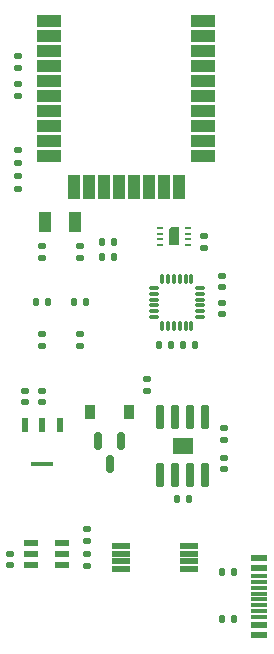
<source format=gtp>
G04 #@! TF.GenerationSoftware,KiCad,Pcbnew,(6.0.0-0)*
G04 #@! TF.CreationDate,2022-01-04T22:04:23+01:00*
G04 #@! TF.ProjectId,floaty,666c6f61-7479-42e6-9b69-6361645f7063,0.0.1a*
G04 #@! TF.SameCoordinates,Original*
G04 #@! TF.FileFunction,Paste,Top*
G04 #@! TF.FilePolarity,Positive*
%FSLAX46Y46*%
G04 Gerber Fmt 4.6, Leading zero omitted, Abs format (unit mm)*
G04 Created by KiCad (PCBNEW (6.0.0-0)) date 2022-01-04 22:04:23*
%MOMM*%
%LPD*%
G01*
G04 APERTURE LIST*
G04 Aperture macros list*
%AMRoundRect*
0 Rectangle with rounded corners*
0 $1 Rounding radius*
0 $2 $3 $4 $5 $6 $7 $8 $9 X,Y pos of 4 corners*
0 Add a 4 corners polygon primitive as box body*
4,1,4,$2,$3,$4,$5,$6,$7,$8,$9,$2,$3,0*
0 Add four circle primitives for the rounded corners*
1,1,$1+$1,$2,$3*
1,1,$1+$1,$4,$5*
1,1,$1+$1,$6,$7*
1,1,$1+$1,$8,$9*
0 Add four rect primitives between the rounded corners*
20,1,$1+$1,$2,$3,$4,$5,0*
20,1,$1+$1,$4,$5,$6,$7,0*
20,1,$1+$1,$6,$7,$8,$9,0*
20,1,$1+$1,$8,$9,$2,$3,0*%
%AMFreePoly0*
4,1,6,0.450000,-0.800000,-0.450000,-0.800000,-0.450000,0.530000,-0.180000,0.800000,0.450000,0.800000,0.450000,-0.800000,0.450000,-0.800000,$1*%
G04 Aperture macros list end*
%ADD10C,0.010000*%
%ADD11R,1.000000X1.800000*%
%ADD12RoundRect,0.042000X0.258000X-0.943000X0.258000X0.943000X-0.258000X0.943000X-0.258000X-0.943000X0*%
%ADD13RoundRect,0.020000X-0.760000X-0.180000X0.760000X-0.180000X0.760000X0.180000X-0.760000X0.180000X0*%
%ADD14R,1.450000X0.600000*%
%ADD15R,1.450000X0.300000*%
%ADD16R,1.200000X0.550000*%
%ADD17R,0.914400X1.219200*%
%ADD18RoundRect,0.140000X0.140000X0.170000X-0.140000X0.170000X-0.140000X-0.170000X0.140000X-0.170000X0*%
%ADD19RoundRect,0.140000X0.170000X-0.140000X0.170000X0.140000X-0.170000X0.140000X-0.170000X-0.140000X0*%
%ADD20RoundRect,0.147500X-0.172500X0.147500X-0.172500X-0.147500X0.172500X-0.147500X0.172500X0.147500X0*%
%ADD21RoundRect,0.135000X0.185000X-0.135000X0.185000X0.135000X-0.185000X0.135000X-0.185000X-0.135000X0*%
%ADD22RoundRect,0.135000X-0.185000X0.135000X-0.185000X-0.135000X0.185000X-0.135000X0.185000X0.135000X0*%
%ADD23RoundRect,0.140000X-0.170000X0.140000X-0.170000X-0.140000X0.170000X-0.140000X0.170000X0.140000X0*%
%ADD24RoundRect,0.150000X-0.150000X0.587500X-0.150000X-0.587500X0.150000X-0.587500X0.150000X0.587500X0*%
%ADD25R,0.558800X1.193800*%
%ADD26R,1.828800X0.457200*%
%ADD27RoundRect,0.140000X-0.140000X-0.170000X0.140000X-0.170000X0.140000X0.170000X-0.140000X0.170000X0*%
%ADD28R,2.000000X1.000000*%
%ADD29R,1.000000X2.000000*%
%ADD30RoundRect,0.135000X0.135000X0.185000X-0.135000X0.185000X-0.135000X-0.185000X0.135000X-0.185000X0*%
%ADD31RoundRect,0.135000X-0.135000X-0.185000X0.135000X-0.185000X0.135000X0.185000X-0.135000X0.185000X0*%
%ADD32RoundRect,0.075000X-0.350000X-0.075000X0.350000X-0.075000X0.350000X0.075000X-0.350000X0.075000X0*%
%ADD33RoundRect,0.075000X0.075000X-0.350000X0.075000X0.350000X-0.075000X0.350000X-0.075000X-0.350000X0*%
%ADD34RoundRect,0.147500X0.172500X-0.147500X0.172500X0.147500X-0.172500X0.147500X-0.172500X-0.147500X0*%
%ADD35R,0.550000X0.250000*%
%ADD36FreePoly0,0.000000*%
G04 APERTURE END LIST*
D10*
X112680000Y-99145000D02*
X112680000Y-97855000D01*
X112680000Y-97855000D02*
X114320000Y-97855000D01*
X114320000Y-97855000D02*
X114320000Y-99145000D01*
X114320000Y-99145000D02*
X112680000Y-99145000D01*
G36*
X114320000Y-99145000D02*
G01*
X112680000Y-99145000D01*
X112680000Y-97855000D01*
X114320000Y-97855000D01*
X114320000Y-99145000D01*
G37*
X114320000Y-99145000D02*
X112680000Y-99145000D01*
X112680000Y-97855000D01*
X114320000Y-97855000D01*
X114320000Y-99145000D01*
D11*
X104374000Y-79560000D03*
X101874000Y-79560000D03*
D12*
X111595000Y-100975000D03*
X112865000Y-100975000D03*
X114135000Y-100975000D03*
X115405000Y-100975000D03*
X115405000Y-96025000D03*
X114135000Y-96025000D03*
X112865000Y-96025000D03*
X111595000Y-96025000D03*
D13*
X108245000Y-106975000D03*
X108245000Y-107625000D03*
X108245000Y-108275000D03*
X108245000Y-108925000D03*
X114005000Y-108925000D03*
X114005000Y-108275000D03*
X114005000Y-107625000D03*
X114005000Y-106975000D03*
D14*
X119957500Y-114502000D03*
X119957500Y-113702000D03*
D15*
X119957500Y-112502000D03*
X119957500Y-111502000D03*
X119957500Y-111002000D03*
X119957500Y-110002000D03*
D14*
X119957500Y-108002000D03*
X119957500Y-108802000D03*
D15*
X119957500Y-109502000D03*
X119957500Y-110502000D03*
X119957500Y-112002000D03*
X119957500Y-113002000D03*
D16*
X103300103Y-108614511D03*
X103300103Y-107664511D03*
X103300103Y-106714511D03*
X100700103Y-106714511D03*
X100700103Y-107664511D03*
X100700103Y-108614511D03*
D17*
X108953300Y-95622500D03*
X105676700Y-95622500D03*
D18*
X112480000Y-90000000D03*
X111520000Y-90000000D03*
D19*
X104775000Y-82580000D03*
X104775000Y-81620000D03*
D20*
X104775000Y-90020000D03*
X104775000Y-89050000D03*
D21*
X110490000Y-92835000D03*
X110490000Y-93855000D03*
D22*
X105410000Y-106555000D03*
X105410000Y-105535000D03*
D23*
X101630000Y-93837500D03*
X101630000Y-94797500D03*
D24*
X108265000Y-98122500D03*
X106365000Y-98122500D03*
X107315000Y-99997500D03*
D21*
X99568000Y-74510000D03*
X99568000Y-73490000D03*
D20*
X101600000Y-90020000D03*
X101600000Y-89050000D03*
D19*
X98900103Y-108624511D03*
X98900103Y-107664511D03*
D25*
X100131400Y-96700600D03*
X101630000Y-96700600D03*
D26*
X101630000Y-100040700D03*
D25*
X103128600Y-96700600D03*
D27*
X113552000Y-90000000D03*
X114512000Y-90000000D03*
D28*
X115212000Y-62534000D03*
X115212000Y-63804000D03*
X115212000Y-65074000D03*
X115212000Y-66344000D03*
X115212000Y-67614000D03*
X115212000Y-68884000D03*
X115212000Y-70154000D03*
X115212000Y-71424000D03*
X115212000Y-72694000D03*
X115212000Y-73964000D03*
D29*
X113162000Y-76564000D03*
X111892000Y-76564000D03*
X110622000Y-76564000D03*
X109352000Y-76564000D03*
X108082000Y-76564000D03*
X106812000Y-76564000D03*
X105542000Y-76564000D03*
X104272000Y-76564000D03*
D28*
X102212000Y-73964000D03*
X102212000Y-72694000D03*
X102212000Y-71424000D03*
X102212000Y-70154000D03*
X102212000Y-68884000D03*
X102212000Y-67614000D03*
X102212000Y-66344000D03*
X102212000Y-65074000D03*
X102212000Y-63804000D03*
X102212000Y-62534000D03*
D22*
X99568000Y-67884000D03*
X99568000Y-68904000D03*
D19*
X117000000Y-97020000D03*
X117000000Y-97980000D03*
D30*
X117858000Y-109220000D03*
X116838000Y-109220000D03*
D31*
X107700000Y-81280000D03*
X106680000Y-81280000D03*
D32*
X111050000Y-85110000D03*
X111050000Y-85610000D03*
X111050000Y-86110000D03*
X111050000Y-86610000D03*
X111050000Y-87110000D03*
X111050000Y-87610000D03*
D33*
X111750000Y-88310000D03*
X112250000Y-88310000D03*
X112750000Y-88310000D03*
X113250000Y-88310000D03*
X113750000Y-88310000D03*
X114250000Y-88310000D03*
D32*
X114950000Y-87610000D03*
X114950000Y-87110000D03*
X114950000Y-86610000D03*
X114950000Y-86110000D03*
X114950000Y-85610000D03*
X114950000Y-85110000D03*
D33*
X114250000Y-84410000D03*
X113750000Y-84410000D03*
X113250000Y-84410000D03*
X112750000Y-84410000D03*
X112250000Y-84410000D03*
X111750000Y-84410000D03*
D22*
X105410000Y-108664511D03*
X105410000Y-107644511D03*
D23*
X100130000Y-94797500D03*
X100130000Y-93837500D03*
D30*
X107700000Y-82550000D03*
X106680000Y-82550000D03*
X102110000Y-86360000D03*
X101090000Y-86360000D03*
X116838000Y-113157000D03*
X117858000Y-113157000D03*
D19*
X101600000Y-82580000D03*
X101600000Y-81620000D03*
D21*
X99568000Y-76710000D03*
X99568000Y-75690000D03*
D31*
X112990000Y-103000000D03*
X114010000Y-103000000D03*
D19*
X116840000Y-85090000D03*
X116840000Y-84130000D03*
X116840000Y-87348000D03*
X116840000Y-86388000D03*
D34*
X99568000Y-66494000D03*
X99568000Y-65524000D03*
D23*
X117000000Y-99520000D03*
X117000000Y-100480000D03*
D30*
X104265000Y-86360000D03*
X105285000Y-86360000D03*
D19*
X115316000Y-81732000D03*
X115316000Y-80772000D03*
D35*
X113951000Y-80022000D03*
X113951000Y-80522000D03*
X113951000Y-81022000D03*
X113951000Y-81522000D03*
X111601000Y-81522000D03*
X111601000Y-81022000D03*
X111601000Y-80522000D03*
X111601000Y-80022000D03*
D36*
X112776000Y-80772000D03*
M02*

</source>
